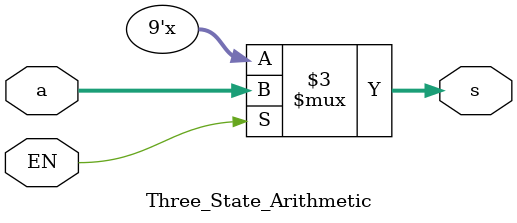
<source format=v>
module Three_State_Arithmetic(a, s, EN);
    input [8:0]a;
    output reg [8:0]s;
    input EN;

    always @(*) begin
        if (EN)
            s = a;
        else
            s = 9'bzzzzzzzzz;   
    end
endmodule
</source>
